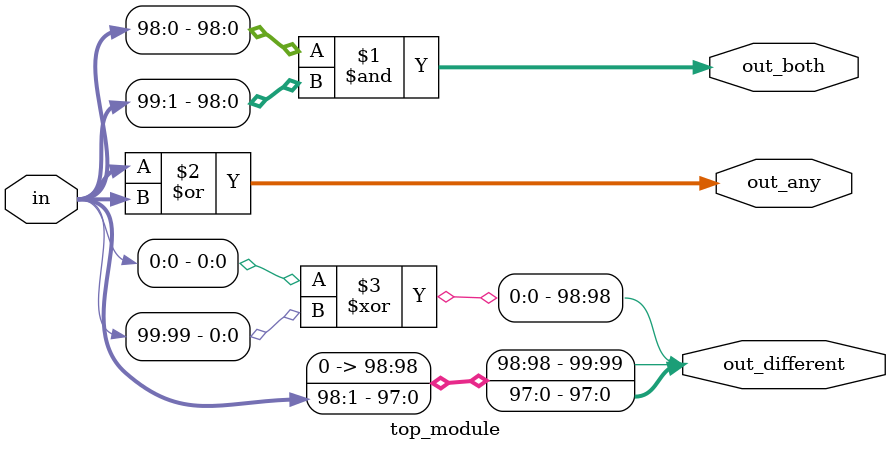
<source format=sv>
module top_module (
    input [99:0] in,
    output wire [98:0] out_both,
    output wire [99:0] out_any,
    output wire [99:0] out_different
);

    assign out_both = in[98:0] & in[99:1];
    assign out_any = in | in;
    assign out_different = {in[0] ^ in[99], in[98:1]};

endmodule

</source>
